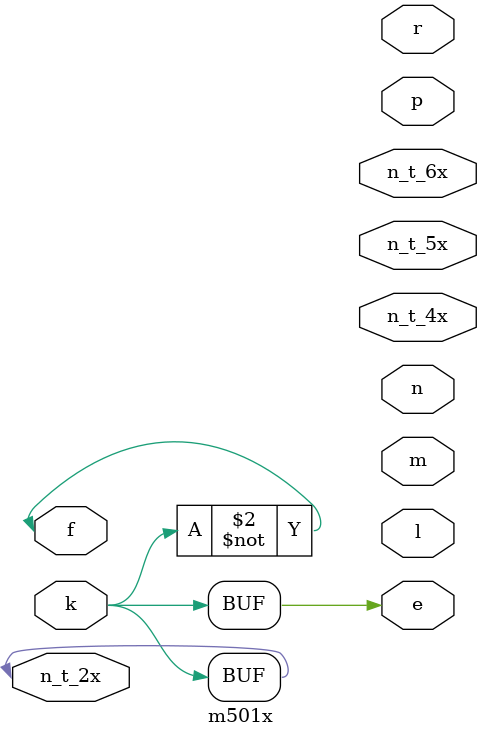
<source format=v>
module m501x (e, f, k, l, m, n, n_t_2x, n_t_4x, n_t_5x, n_t_6x, p, r);
output e;
inout f;
input k;
output l;
output m;
output n;
inout n_t_2x;
output n_t_4x;
output n_t_5x;
output n_t_6x;
output p;
output r;


assign e = ~f;
assign f = ~n_t_2x;
assign n_t_2x = k;
// open collector 'wire-or's 
endmodule

</source>
